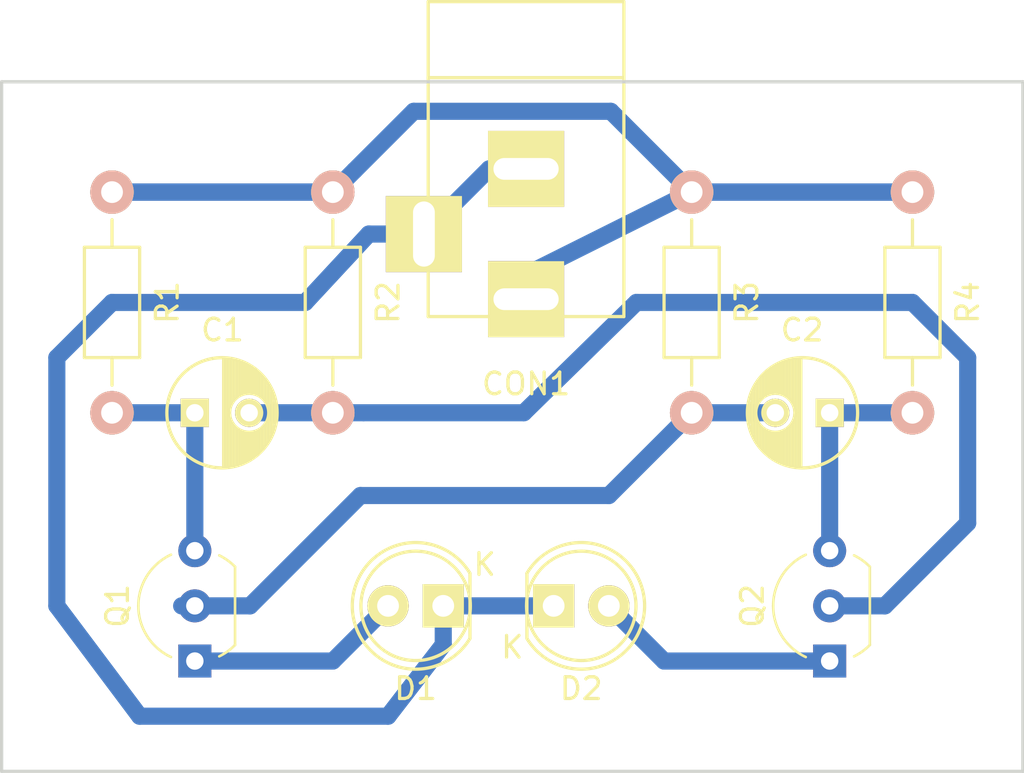
<source format=kicad_pcb>
(kicad_pcb (version 4) (host pcbnew 4.0.4+e1-6308~48~ubuntu14.04.1-stable)

  (general
    (links 17)
    (no_connects 0)
    (area 77.394999 59.614999 124.535001 91.515001)
    (thickness 1.6)
    (drawings 4)
    (tracks 43)
    (zones 0)
    (modules 11)
    (nets 9)
  )

  (page A4)
  (layers
    (0 F.Cu signal)
    (31 B.Cu signal)
    (33 F.Adhes user)
    (35 F.Paste user)
    (37 F.SilkS user)
    (39 F.Mask user)
    (44 Edge.Cuts user)
    (45 Margin user)
    (47 F.CrtYd user)
    (49 F.Fab user)
  )

  (setup
    (last_trace_width 0.7874)
    (trace_clearance 0.508)
    (zone_clearance 0.508)
    (zone_45_only no)
    (trace_min 0.254)
    (segment_width 0.2)
    (edge_width 0.15)
    (via_size 0.6)
    (via_drill 0.4)
    (via_min_size 0.4)
    (via_min_drill 0.3)
    (uvia_size 0.3)
    (uvia_drill 0.1)
    (uvias_allowed no)
    (uvia_min_size 0)
    (uvia_min_drill 0)
    (pcb_text_width 0.3)
    (pcb_text_size 1.5 1.5)
    (mod_edge_width 0.15)
    (mod_text_size 1 1)
    (mod_text_width 0.15)
    (pad_size 1.524 1.524)
    (pad_drill 0.762)
    (pad_to_mask_clearance 0.2)
    (aux_axis_origin 0 0)
    (visible_elements FFFFFF7F)
    (pcbplotparams
      (layerselection 0x00020_80000001)
      (usegerberextensions false)
      (excludeedgelayer true)
      (linewidth 0.100000)
      (plotframeref false)
      (viasonmask false)
      (mode 1)
      (useauxorigin false)
      (hpglpennumber 1)
      (hpglpenspeed 20)
      (hpglpendiameter 15)
      (hpglpenoverlay 2)
      (psnegative false)
      (psa4output false)
      (plotreference true)
      (plotvalue true)
      (plotinvisibletext false)
      (padsonsilk false)
      (subtractmaskfromsilk false)
      (outputformat 1)
      (mirror false)
      (drillshape 0)
      (scaleselection 1)
      (outputdirectory svg/))
  )

  (net 0 "")
  (net 1 "Net-(C1-Pad2)")
  (net 2 "Net-(C1-Pad1)")
  (net 3 "Net-(C2-Pad2)")
  (net 4 "Net-(C2-Pad1)")
  (net 5 GND)
  (net 6 "Net-(D1-Pad2)")
  (net 7 "Net-(D2-Pad2)")
  (net 8 VCC)

  (net_class Default "This is the default net class."
    (clearance 0.508)
    (trace_width 0.7874)
    (via_dia 0.6)
    (via_drill 0.4)
    (uvia_dia 0.3)
    (uvia_drill 0.1)
    (add_net GND)
    (add_net "Net-(C1-Pad1)")
    (add_net "Net-(C1-Pad2)")
    (add_net "Net-(C2-Pad1)")
    (add_net "Net-(C2-Pad2)")
    (add_net "Net-(D1-Pad2)")
    (add_net "Net-(D2-Pad2)")
    (add_net VCC)
  )

  (module Connect:BARREL_JACK (layer F.Cu) (tedit 0) (tstamp 57D02E77)
    (at 101.6 63.5 270)
    (descr "DC Barrel Jack")
    (tags "Power Jack")
    (path /57D02787)
    (fp_text reference CON1 (at 10.09904 0 360) (layer F.SilkS)
      (effects (font (size 1 1) (thickness 0.15)))
    )
    (fp_text value BARREL_JACK (at 0 -5.99948 270) (layer F.Fab)
      (effects (font (size 1 1) (thickness 0.15)))
    )
    (fp_line (start -4.0005 -4.50088) (end -4.0005 4.50088) (layer F.SilkS) (width 0.15))
    (fp_line (start -7.50062 -4.50088) (end -7.50062 4.50088) (layer F.SilkS) (width 0.15))
    (fp_line (start -7.50062 4.50088) (end 7.00024 4.50088) (layer F.SilkS) (width 0.15))
    (fp_line (start 7.00024 4.50088) (end 7.00024 -4.50088) (layer F.SilkS) (width 0.15))
    (fp_line (start 7.00024 -4.50088) (end -7.50062 -4.50088) (layer F.SilkS) (width 0.15))
    (pad 1 thru_hole rect (at 6.20014 0 270) (size 3.50012 3.50012) (drill oval 1.00076 2.99974) (layers *.Cu *.Mask F.SilkS)
      (net 8 VCC))
    (pad 2 thru_hole rect (at 0.20066 0 270) (size 3.50012 3.50012) (drill oval 1.00076 2.99974) (layers *.Cu *.Mask F.SilkS)
      (net 5 GND))
    (pad 3 thru_hole rect (at 3.2004 4.699 270) (size 3.50012 3.50012) (drill oval 2.99974 1.00076) (layers *.Cu *.Mask F.SilkS)
      (net 5 GND))
  )

  (module LEDs:LED-5MM (layer F.Cu) (tedit 5913071D) (tstamp 57D01A1F)
    (at 97.79 83.82 180)
    (descr "LED 5mm round vertical")
    (tags "LED 5mm round vertical")
    (path /57D0111A)
    (fp_text reference D1 (at 1.27 -3.81 180) (layer F.SilkS)
      (effects (font (size 1 1) (thickness 0.15)))
    )
    (fp_text value LED (at 1.27 3.81 180) (layer F.Fab)
      (effects (font (size 1 1) (thickness 0.15)))
    )
    (fp_line (start -1.5 -1.55) (end -1.5 1.55) (layer F.CrtYd) (width 0.05))
    (fp_arc (start 1.3 0) (end -1.5 1.55) (angle -302) (layer F.CrtYd) (width 0.05))
    (fp_arc (start 1.27 0) (end -1.23 -1.5) (angle 297.5) (layer F.SilkS) (width 0.15))
    (fp_line (start -1.23 1.5) (end -1.23 -1.5) (layer F.SilkS) (width 0.15))
    (fp_circle (center 1.27 0) (end 0.97 -2.5) (layer F.SilkS) (width 0.15))
    (fp_text user K (at -1.905 1.905 180) (layer F.SilkS)
      (effects (font (size 1 1) (thickness 0.15)))
    )
    (pad 1 thru_hole rect (at 0 0 270) (size 2 1.9) (drill 1.00076) (layers *.Cu *.Mask F.SilkS)
      (net 5 GND))
    (pad 2 thru_hole circle (at 2.54 0 180) (size 1.9 1.9) (drill 1.00076) (layers *.Cu *.Mask F.SilkS)
      (net 6 "Net-(D1-Pad2)"))
    (model LEDs.3dshapes/LED-5MM.wrl
      (at (xyz 0.05 0 0))
      (scale (xyz 1 1 1))
      (rotate (xyz 0 0 90))
    )
  )

  (module LEDs:LED-5MM (layer F.Cu) (tedit 59130719) (tstamp 57D01A25)
    (at 102.87 83.82)
    (descr "LED 5mm round vertical")
    (tags "LED 5mm round vertical")
    (path /57D0105D)
    (fp_text reference D2 (at 1.27 3.81) (layer F.SilkS)
      (effects (font (size 1 1) (thickness 0.15)))
    )
    (fp_text value LED (at 1.524 -3.937) (layer F.Fab)
      (effects (font (size 1 1) (thickness 0.15)))
    )
    (fp_line (start -1.5 -1.55) (end -1.5 1.55) (layer F.CrtYd) (width 0.05))
    (fp_arc (start 1.3 0) (end -1.5 1.55) (angle -302) (layer F.CrtYd) (width 0.05))
    (fp_arc (start 1.27 0) (end -1.23 -1.5) (angle 297.5) (layer F.SilkS) (width 0.15))
    (fp_line (start -1.23 1.5) (end -1.23 -1.5) (layer F.SilkS) (width 0.15))
    (fp_circle (center 1.27 0) (end 0.97 -2.5) (layer F.SilkS) (width 0.15))
    (fp_text user K (at -1.905 1.905) (layer F.SilkS)
      (effects (font (size 1 1) (thickness 0.15)))
    )
    (pad 1 thru_hole rect (at 0 0 90) (size 2 1.9) (drill 1.00076) (layers *.Cu *.Mask F.SilkS)
      (net 5 GND))
    (pad 2 thru_hole circle (at 2.54 0) (size 1.9 1.9) (drill 1.00076) (layers *.Cu *.Mask F.SilkS)
      (net 7 "Net-(D2-Pad2)"))
    (model LEDs.3dshapes/LED-5MM.wrl
      (at (xyz 0.05 0 0))
      (scale (xyz 1 1 1))
      (rotate (xyz 0 0 90))
    )
  )

  (module Capacitors_ThroughHole:C_Radial_D5_L6_P2.5 (layer F.Cu) (tedit 59130736) (tstamp 57D02E67)
    (at 86.36 74.93)
    (descr "Radial Electrolytic Capacitor Diameter 5mm x Length 6mm, Pitch 2.5mm")
    (tags "Electrolytic Capacitor")
    (path /57D00DB4)
    (fp_text reference C1 (at 1.27 -3.81) (layer F.SilkS)
      (effects (font (size 1 1) (thickness 0.15)))
    )
    (fp_text value 10uF (at 1.25 3.8) (layer F.Fab)
      (effects (font (size 1 1) (thickness 0.15)))
    )
    (fp_line (start 1.325 -2.499) (end 1.325 2.499) (layer F.SilkS) (width 0.15))
    (fp_line (start 1.465 -2.491) (end 1.465 2.491) (layer F.SilkS) (width 0.15))
    (fp_line (start 1.605 -2.475) (end 1.605 -0.095) (layer F.SilkS) (width 0.15))
    (fp_line (start 1.605 0.095) (end 1.605 2.475) (layer F.SilkS) (width 0.15))
    (fp_line (start 1.745 -2.451) (end 1.745 -0.49) (layer F.SilkS) (width 0.15))
    (fp_line (start 1.745 0.49) (end 1.745 2.451) (layer F.SilkS) (width 0.15))
    (fp_line (start 1.885 -2.418) (end 1.885 -0.657) (layer F.SilkS) (width 0.15))
    (fp_line (start 1.885 0.657) (end 1.885 2.418) (layer F.SilkS) (width 0.15))
    (fp_line (start 2.025 -2.377) (end 2.025 -0.764) (layer F.SilkS) (width 0.15))
    (fp_line (start 2.025 0.764) (end 2.025 2.377) (layer F.SilkS) (width 0.15))
    (fp_line (start 2.165 -2.327) (end 2.165 -0.835) (layer F.SilkS) (width 0.15))
    (fp_line (start 2.165 0.835) (end 2.165 2.327) (layer F.SilkS) (width 0.15))
    (fp_line (start 2.305 -2.266) (end 2.305 -0.879) (layer F.SilkS) (width 0.15))
    (fp_line (start 2.305 0.879) (end 2.305 2.266) (layer F.SilkS) (width 0.15))
    (fp_line (start 2.445 -2.196) (end 2.445 -0.898) (layer F.SilkS) (width 0.15))
    (fp_line (start 2.445 0.898) (end 2.445 2.196) (layer F.SilkS) (width 0.15))
    (fp_line (start 2.585 -2.114) (end 2.585 -0.896) (layer F.SilkS) (width 0.15))
    (fp_line (start 2.585 0.896) (end 2.585 2.114) (layer F.SilkS) (width 0.15))
    (fp_line (start 2.725 -2.019) (end 2.725 -0.871) (layer F.SilkS) (width 0.15))
    (fp_line (start 2.725 0.871) (end 2.725 2.019) (layer F.SilkS) (width 0.15))
    (fp_line (start 2.865 -1.908) (end 2.865 -0.823) (layer F.SilkS) (width 0.15))
    (fp_line (start 2.865 0.823) (end 2.865 1.908) (layer F.SilkS) (width 0.15))
    (fp_line (start 3.005 -1.78) (end 3.005 -0.745) (layer F.SilkS) (width 0.15))
    (fp_line (start 3.005 0.745) (end 3.005 1.78) (layer F.SilkS) (width 0.15))
    (fp_line (start 3.145 -1.631) (end 3.145 -0.628) (layer F.SilkS) (width 0.15))
    (fp_line (start 3.145 0.628) (end 3.145 1.631) (layer F.SilkS) (width 0.15))
    (fp_line (start 3.285 -1.452) (end 3.285 -0.44) (layer F.SilkS) (width 0.15))
    (fp_line (start 3.285 0.44) (end 3.285 1.452) (layer F.SilkS) (width 0.15))
    (fp_line (start 3.425 -1.233) (end 3.425 1.233) (layer F.SilkS) (width 0.15))
    (fp_line (start 3.565 -0.944) (end 3.565 0.944) (layer F.SilkS) (width 0.15))
    (fp_line (start 3.705 -0.472) (end 3.705 0.472) (layer F.SilkS) (width 0.15))
    (fp_circle (center 2.5 0) (end 2.5 -0.9) (layer F.SilkS) (width 0.15))
    (fp_circle (center 1.25 0) (end 1.25 -2.5375) (layer F.SilkS) (width 0.15))
    (fp_circle (center 1.25 0) (end 1.25 -2.8) (layer F.CrtYd) (width 0.05))
    (pad 1 thru_hole rect (at 0 0) (size 1.3 1.3) (drill 0.8) (layers *.Cu *.Mask F.SilkS)
      (net 2 "Net-(C1-Pad1)"))
    (pad 2 thru_hole circle (at 2.5 0) (size 1.3 1.3) (drill 0.8) (layers *.Cu *.Mask F.SilkS)
      (net 1 "Net-(C1-Pad2)"))
    (model Capacitors_ThroughHole.3dshapes/C_Radial_D5_L6_P2.5.wrl
      (at (xyz 0.0492126 0 0))
      (scale (xyz 1 1 1))
      (rotate (xyz 0 0 90))
    )
  )

  (module Capacitors_ThroughHole:C_Radial_D5_L6_P2.5 (layer F.Cu) (tedit 59130731) (tstamp 57D02E6C)
    (at 115.57 74.93 180)
    (descr "Radial Electrolytic Capacitor Diameter 5mm x Length 6mm, Pitch 2.5mm")
    (tags "Electrolytic Capacitor")
    (path /57D00DFE)
    (fp_text reference C2 (at 1.27 3.81 180) (layer F.SilkS)
      (effects (font (size 1 1) (thickness 0.15)))
    )
    (fp_text value 10uF (at 1.27 -3.81 180) (layer F.Fab)
      (effects (font (size 1 1) (thickness 0.15)))
    )
    (fp_line (start 1.325 -2.499) (end 1.325 2.499) (layer F.SilkS) (width 0.15))
    (fp_line (start 1.465 -2.491) (end 1.465 2.491) (layer F.SilkS) (width 0.15))
    (fp_line (start 1.605 -2.475) (end 1.605 -0.095) (layer F.SilkS) (width 0.15))
    (fp_line (start 1.605 0.095) (end 1.605 2.475) (layer F.SilkS) (width 0.15))
    (fp_line (start 1.745 -2.451) (end 1.745 -0.49) (layer F.SilkS) (width 0.15))
    (fp_line (start 1.745 0.49) (end 1.745 2.451) (layer F.SilkS) (width 0.15))
    (fp_line (start 1.885 -2.418) (end 1.885 -0.657) (layer F.SilkS) (width 0.15))
    (fp_line (start 1.885 0.657) (end 1.885 2.418) (layer F.SilkS) (width 0.15))
    (fp_line (start 2.025 -2.377) (end 2.025 -0.764) (layer F.SilkS) (width 0.15))
    (fp_line (start 2.025 0.764) (end 2.025 2.377) (layer F.SilkS) (width 0.15))
    (fp_line (start 2.165 -2.327) (end 2.165 -0.835) (layer F.SilkS) (width 0.15))
    (fp_line (start 2.165 0.835) (end 2.165 2.327) (layer F.SilkS) (width 0.15))
    (fp_line (start 2.305 -2.266) (end 2.305 -0.879) (layer F.SilkS) (width 0.15))
    (fp_line (start 2.305 0.879) (end 2.305 2.266) (layer F.SilkS) (width 0.15))
    (fp_line (start 2.445 -2.196) (end 2.445 -0.898) (layer F.SilkS) (width 0.15))
    (fp_line (start 2.445 0.898) (end 2.445 2.196) (layer F.SilkS) (width 0.15))
    (fp_line (start 2.585 -2.114) (end 2.585 -0.896) (layer F.SilkS) (width 0.15))
    (fp_line (start 2.585 0.896) (end 2.585 2.114) (layer F.SilkS) (width 0.15))
    (fp_line (start 2.725 -2.019) (end 2.725 -0.871) (layer F.SilkS) (width 0.15))
    (fp_line (start 2.725 0.871) (end 2.725 2.019) (layer F.SilkS) (width 0.15))
    (fp_line (start 2.865 -1.908) (end 2.865 -0.823) (layer F.SilkS) (width 0.15))
    (fp_line (start 2.865 0.823) (end 2.865 1.908) (layer F.SilkS) (width 0.15))
    (fp_line (start 3.005 -1.78) (end 3.005 -0.745) (layer F.SilkS) (width 0.15))
    (fp_line (start 3.005 0.745) (end 3.005 1.78) (layer F.SilkS) (width 0.15))
    (fp_line (start 3.145 -1.631) (end 3.145 -0.628) (layer F.SilkS) (width 0.15))
    (fp_line (start 3.145 0.628) (end 3.145 1.631) (layer F.SilkS) (width 0.15))
    (fp_line (start 3.285 -1.452) (end 3.285 -0.44) (layer F.SilkS) (width 0.15))
    (fp_line (start 3.285 0.44) (end 3.285 1.452) (layer F.SilkS) (width 0.15))
    (fp_line (start 3.425 -1.233) (end 3.425 1.233) (layer F.SilkS) (width 0.15))
    (fp_line (start 3.565 -0.944) (end 3.565 0.944) (layer F.SilkS) (width 0.15))
    (fp_line (start 3.705 -0.472) (end 3.705 0.472) (layer F.SilkS) (width 0.15))
    (fp_circle (center 2.5 0) (end 2.5 -0.9) (layer F.SilkS) (width 0.15))
    (fp_circle (center 1.25 0) (end 1.25 -2.5375) (layer F.SilkS) (width 0.15))
    (fp_circle (center 1.25 0) (end 1.25 -2.8) (layer F.CrtYd) (width 0.05))
    (pad 1 thru_hole rect (at 0 0 180) (size 1.3 1.3) (drill 0.8) (layers *.Cu *.Mask F.SilkS)
      (net 4 "Net-(C2-Pad1)"))
    (pad 2 thru_hole circle (at 2.5 0 180) (size 1.3 1.3) (drill 0.8) (layers *.Cu *.Mask F.SilkS)
      (net 3 "Net-(C2-Pad2)"))
    (model Capacitors_ThroughHole.3dshapes/C_Radial_D5_L6_P2.5.wrl
      (at (xyz 0.0492126 0 0))
      (scale (xyz 1 1 1))
      (rotate (xyz 0 0 90))
    )
  )

  (module Resistors_ThroughHole:Resistor_Horizontal_RM10mm (layer F.Cu) (tedit 591306CB) (tstamp 57D01A4B)
    (at 119.38 64.77 270)
    (descr "Resistor, Axial,  RM 10mm, 1/3W")
    (tags "Resistor Axial RM 10mm 1/3W")
    (path /57D00D18)
    (fp_text reference R4 (at 5.08 -2.54 270) (layer F.SilkS)
      (effects (font (size 1 1) (thickness 0.15)))
    )
    (fp_text value 330 (at 5.08 3.81 270) (layer F.Fab)
      (effects (font (size 1 1) (thickness 0.15)))
    )
    (fp_line (start -1.25 -1.5) (end 11.4 -1.5) (layer F.CrtYd) (width 0.05))
    (fp_line (start -1.25 1.5) (end -1.25 -1.5) (layer F.CrtYd) (width 0.05))
    (fp_line (start 11.4 -1.5) (end 11.4 1.5) (layer F.CrtYd) (width 0.05))
    (fp_line (start -1.25 1.5) (end 11.4 1.5) (layer F.CrtYd) (width 0.05))
    (fp_line (start 2.54 -1.27) (end 7.62 -1.27) (layer F.SilkS) (width 0.15))
    (fp_line (start 7.62 -1.27) (end 7.62 1.27) (layer F.SilkS) (width 0.15))
    (fp_line (start 7.62 1.27) (end 2.54 1.27) (layer F.SilkS) (width 0.15))
    (fp_line (start 2.54 1.27) (end 2.54 -1.27) (layer F.SilkS) (width 0.15))
    (fp_line (start 2.54 0) (end 1.27 0) (layer F.SilkS) (width 0.15))
    (fp_line (start 7.62 0) (end 8.89 0) (layer F.SilkS) (width 0.15))
    (pad 1 thru_hole circle (at 0 0 270) (size 1.99898 1.99898) (drill 1.00076) (layers *.Cu *.SilkS *.Mask)
      (net 8 VCC))
    (pad 2 thru_hole circle (at 10.16 0 270) (size 1.99898 1.99898) (drill 1.00076) (layers *.Cu *.SilkS *.Mask)
      (net 4 "Net-(C2-Pad1)"))
    (model Resistors_ThroughHole.3dshapes/Resistor_Horizontal_RM10mm.wrl
      (at (xyz 0.2 0 0))
      (scale (xyz 0.4 0.4 0.4))
      (rotate (xyz 0 0 0))
    )
  )

  (module Resistors_ThroughHole:Resistor_Horizontal_RM10mm (layer F.Cu) (tedit 591306D7) (tstamp 57D01A45)
    (at 109.22 64.77 270)
    (descr "Resistor, Axial,  RM 10mm, 1/3W")
    (tags "Resistor Axial RM 10mm 1/3W")
    (path /57D00CB3)
    (fp_text reference R3 (at 5.08 -2.54 270) (layer F.SilkS)
      (effects (font (size 1 1) (thickness 0.15)))
    )
    (fp_text value 10k (at 5.08 3.81 270) (layer F.Fab)
      (effects (font (size 1 1) (thickness 0.15)))
    )
    (fp_line (start -1.25 -1.5) (end 11.4 -1.5) (layer F.CrtYd) (width 0.05))
    (fp_line (start -1.25 1.5) (end -1.25 -1.5) (layer F.CrtYd) (width 0.05))
    (fp_line (start 11.4 -1.5) (end 11.4 1.5) (layer F.CrtYd) (width 0.05))
    (fp_line (start -1.25 1.5) (end 11.4 1.5) (layer F.CrtYd) (width 0.05))
    (fp_line (start 2.54 -1.27) (end 7.62 -1.27) (layer F.SilkS) (width 0.15))
    (fp_line (start 7.62 -1.27) (end 7.62 1.27) (layer F.SilkS) (width 0.15))
    (fp_line (start 7.62 1.27) (end 2.54 1.27) (layer F.SilkS) (width 0.15))
    (fp_line (start 2.54 1.27) (end 2.54 -1.27) (layer F.SilkS) (width 0.15))
    (fp_line (start 2.54 0) (end 1.27 0) (layer F.SilkS) (width 0.15))
    (fp_line (start 7.62 0) (end 8.89 0) (layer F.SilkS) (width 0.15))
    (pad 1 thru_hole circle (at 0 0 270) (size 1.99898 1.99898) (drill 1.00076) (layers *.Cu *.SilkS *.Mask)
      (net 8 VCC))
    (pad 2 thru_hole circle (at 10.16 0 270) (size 1.99898 1.99898) (drill 1.00076) (layers *.Cu *.SilkS *.Mask)
      (net 3 "Net-(C2-Pad2)"))
    (model Resistors_ThroughHole.3dshapes/Resistor_Horizontal_RM10mm.wrl
      (at (xyz 0.2 0 0))
      (scale (xyz 0.4 0.4 0.4))
      (rotate (xyz 0 0 0))
    )
  )

  (module Resistors_ThroughHole:Resistor_Horizontal_RM10mm (layer F.Cu) (tedit 591306EE) (tstamp 57D01A3F)
    (at 92.71 64.77 270)
    (descr "Resistor, Axial,  RM 10mm, 1/3W")
    (tags "Resistor Axial RM 10mm 1/3W")
    (path /57D00C34)
    (fp_text reference R2 (at 5.08 -2.54 270) (layer F.SilkS)
      (effects (font (size 1 1) (thickness 0.15)))
    )
    (fp_text value 10k (at 5.08 3.81 270) (layer F.Fab)
      (effects (font (size 1 1) (thickness 0.15)))
    )
    (fp_line (start -1.25 -1.5) (end 11.4 -1.5) (layer F.CrtYd) (width 0.05))
    (fp_line (start -1.25 1.5) (end -1.25 -1.5) (layer F.CrtYd) (width 0.05))
    (fp_line (start 11.4 -1.5) (end 11.4 1.5) (layer F.CrtYd) (width 0.05))
    (fp_line (start -1.25 1.5) (end 11.4 1.5) (layer F.CrtYd) (width 0.05))
    (fp_line (start 2.54 -1.27) (end 7.62 -1.27) (layer F.SilkS) (width 0.15))
    (fp_line (start 7.62 -1.27) (end 7.62 1.27) (layer F.SilkS) (width 0.15))
    (fp_line (start 7.62 1.27) (end 2.54 1.27) (layer F.SilkS) (width 0.15))
    (fp_line (start 2.54 1.27) (end 2.54 -1.27) (layer F.SilkS) (width 0.15))
    (fp_line (start 2.54 0) (end 1.27 0) (layer F.SilkS) (width 0.15))
    (fp_line (start 7.62 0) (end 8.89 0) (layer F.SilkS) (width 0.15))
    (pad 1 thru_hole circle (at 0 0 270) (size 1.99898 1.99898) (drill 1.00076) (layers *.Cu *.SilkS *.Mask)
      (net 8 VCC))
    (pad 2 thru_hole circle (at 10.16 0 270) (size 1.99898 1.99898) (drill 1.00076) (layers *.Cu *.SilkS *.Mask)
      (net 1 "Net-(C1-Pad2)"))
    (model Resistors_ThroughHole.3dshapes/Resistor_Horizontal_RM10mm.wrl
      (at (xyz 0.2 0 0))
      (scale (xyz 0.4 0.4 0.4))
      (rotate (xyz 0 0 0))
    )
  )

  (module Resistors_ThroughHole:Resistor_Horizontal_RM10mm (layer F.Cu) (tedit 591306F9) (tstamp 57D01A39)
    (at 82.55 64.77 270)
    (descr "Resistor, Axial,  RM 10mm, 1/3W")
    (tags "Resistor Axial RM 10mm 1/3W")
    (path /57D00A5E)
    (fp_text reference R1 (at 5.08 -2.54 270) (layer F.SilkS)
      (effects (font (size 1 1) (thickness 0.15)))
    )
    (fp_text value 330 (at 5.08 3.81 270) (layer F.Fab)
      (effects (font (size 1 1) (thickness 0.15)))
    )
    (fp_line (start -1.25 -1.5) (end 11.4 -1.5) (layer F.CrtYd) (width 0.05))
    (fp_line (start -1.25 1.5) (end -1.25 -1.5) (layer F.CrtYd) (width 0.05))
    (fp_line (start 11.4 -1.5) (end 11.4 1.5) (layer F.CrtYd) (width 0.05))
    (fp_line (start -1.25 1.5) (end 11.4 1.5) (layer F.CrtYd) (width 0.05))
    (fp_line (start 2.54 -1.27) (end 7.62 -1.27) (layer F.SilkS) (width 0.15))
    (fp_line (start 7.62 -1.27) (end 7.62 1.27) (layer F.SilkS) (width 0.15))
    (fp_line (start 7.62 1.27) (end 2.54 1.27) (layer F.SilkS) (width 0.15))
    (fp_line (start 2.54 1.27) (end 2.54 -1.27) (layer F.SilkS) (width 0.15))
    (fp_line (start 2.54 0) (end 1.27 0) (layer F.SilkS) (width 0.15))
    (fp_line (start 7.62 0) (end 8.89 0) (layer F.SilkS) (width 0.15))
    (pad 1 thru_hole circle (at 0 0 270) (size 1.99898 1.99898) (drill 1.00076) (layers *.Cu *.SilkS *.Mask)
      (net 8 VCC))
    (pad 2 thru_hole circle (at 10.16 0 270) (size 1.99898 1.99898) (drill 1.00076) (layers *.Cu *.SilkS *.Mask)
      (net 2 "Net-(C1-Pad1)"))
    (model Resistors_ThroughHole.3dshapes/Resistor_Horizontal_RM10mm.wrl
      (at (xyz 0.2 0 0))
      (scale (xyz 0.4 0.4 0.4))
      (rotate (xyz 0 0 0))
    )
  )

  (module TO_SOT_Packages_THT:TO-92_Inline_Wide (layer F.Cu) (tedit 58CE52AF) (tstamp 5913344D)
    (at 86.36 86.36 90)
    (descr "TO-92 leads in-line, wide, drill 0.8mm (see NXP sot054_po.pdf)")
    (tags "to-92 sc-43 sc-43a sot54 PA33 transistor")
    (path /57D00F4C)
    (fp_text reference Q1 (at 2.54 -3.56 270) (layer F.SilkS)
      (effects (font (size 1 1) (thickness 0.15)))
    )
    (fp_text value Q_NPN_EBC (at 2.54 2.79 90) (layer F.Fab)
      (effects (font (size 1 1) (thickness 0.15)))
    )
    (fp_text user %R (at 2.54 -3.56 270) (layer F.Fab)
      (effects (font (size 1 1) (thickness 0.15)))
    )
    (fp_line (start 0.74 1.85) (end 4.34 1.85) (layer F.SilkS) (width 0.12))
    (fp_line (start 0.8 1.75) (end 4.3 1.75) (layer F.Fab) (width 0.1))
    (fp_line (start -1.01 -2.73) (end 6.09 -2.73) (layer F.CrtYd) (width 0.05))
    (fp_line (start -1.01 -2.73) (end -1.01 2.01) (layer F.CrtYd) (width 0.05))
    (fp_line (start 6.09 2.01) (end 6.09 -2.73) (layer F.CrtYd) (width 0.05))
    (fp_line (start 6.09 2.01) (end -1.01 2.01) (layer F.CrtYd) (width 0.05))
    (fp_arc (start 2.54 0) (end 0.74 1.85) (angle 20) (layer F.SilkS) (width 0.12))
    (fp_arc (start 2.54 0) (end 2.54 -2.6) (angle -65) (layer F.SilkS) (width 0.12))
    (fp_arc (start 2.54 0) (end 2.54 -2.6) (angle 65) (layer F.SilkS) (width 0.12))
    (fp_arc (start 2.54 0) (end 2.54 -2.48) (angle 135) (layer F.Fab) (width 0.1))
    (fp_arc (start 2.54 0) (end 2.54 -2.48) (angle -135) (layer F.Fab) (width 0.1))
    (fp_arc (start 2.54 0) (end 4.34 1.85) (angle -20) (layer F.SilkS) (width 0.12))
    (pad 2 thru_hole circle (at 2.54 0 180) (size 1.52 1.52) (drill 0.8) (layers *.Cu *.Mask)
      (net 3 "Net-(C2-Pad2)"))
    (pad 3 thru_hole circle (at 5.08 0 180) (size 1.52 1.52) (drill 0.8) (layers *.Cu *.Mask)
      (net 2 "Net-(C1-Pad1)"))
    (pad 1 thru_hole rect (at 0 0 180) (size 1.52 1.52) (drill 0.8) (layers *.Cu *.Mask)
      (net 6 "Net-(D1-Pad2)"))
    (model ${KISYS3DMOD}/TO_SOT_Packages_THT.3dshapes/TO-92_Inline_Wide.wrl
      (at (xyz 0.1 0 0))
      (scale (xyz 1 1 1))
      (rotate (xyz 0 0 -90))
    )
  )

  (module TO_SOT_Packages_THT:TO-92_Inline_Wide (layer F.Cu) (tedit 58CE52AF) (tstamp 59133453)
    (at 115.57 86.36 90)
    (descr "TO-92 leads in-line, wide, drill 0.8mm (see NXP sot054_po.pdf)")
    (tags "to-92 sc-43 sc-43a sot54 PA33 transistor")
    (path /57D00F94)
    (fp_text reference Q2 (at 2.54 -3.56 270) (layer F.SilkS)
      (effects (font (size 1 1) (thickness 0.15)))
    )
    (fp_text value Q_NPN_EBC (at 2.54 2.79 90) (layer F.Fab)
      (effects (font (size 1 1) (thickness 0.15)))
    )
    (fp_text user %R (at 2.54 -3.56 270) (layer F.Fab)
      (effects (font (size 1 1) (thickness 0.15)))
    )
    (fp_line (start 0.74 1.85) (end 4.34 1.85) (layer F.SilkS) (width 0.12))
    (fp_line (start 0.8 1.75) (end 4.3 1.75) (layer F.Fab) (width 0.1))
    (fp_line (start -1.01 -2.73) (end 6.09 -2.73) (layer F.CrtYd) (width 0.05))
    (fp_line (start -1.01 -2.73) (end -1.01 2.01) (layer F.CrtYd) (width 0.05))
    (fp_line (start 6.09 2.01) (end 6.09 -2.73) (layer F.CrtYd) (width 0.05))
    (fp_line (start 6.09 2.01) (end -1.01 2.01) (layer F.CrtYd) (width 0.05))
    (fp_arc (start 2.54 0) (end 0.74 1.85) (angle 20) (layer F.SilkS) (width 0.12))
    (fp_arc (start 2.54 0) (end 2.54 -2.6) (angle -65) (layer F.SilkS) (width 0.12))
    (fp_arc (start 2.54 0) (end 2.54 -2.6) (angle 65) (layer F.SilkS) (width 0.12))
    (fp_arc (start 2.54 0) (end 2.54 -2.48) (angle 135) (layer F.Fab) (width 0.1))
    (fp_arc (start 2.54 0) (end 2.54 -2.48) (angle -135) (layer F.Fab) (width 0.1))
    (fp_arc (start 2.54 0) (end 4.34 1.85) (angle -20) (layer F.SilkS) (width 0.12))
    (pad 2 thru_hole circle (at 2.54 0 180) (size 1.52 1.52) (drill 0.8) (layers *.Cu *.Mask)
      (net 1 "Net-(C1-Pad2)"))
    (pad 3 thru_hole circle (at 5.08 0 180) (size 1.52 1.52) (drill 0.8) (layers *.Cu *.Mask)
      (net 4 "Net-(C2-Pad1)"))
    (pad 1 thru_hole rect (at 0 0 180) (size 1.52 1.52) (drill 0.8) (layers *.Cu *.Mask)
      (net 7 "Net-(D2-Pad2)"))
    (model ${KISYS3DMOD}/TO_SOT_Packages_THT.3dshapes/TO-92_Inline_Wide.wrl
      (at (xyz 0.1 0 0))
      (scale (xyz 1 1 1))
      (rotate (xyz 0 0 -90))
    )
  )

  (gr_line (start 77.47 91.44) (end 124.46 91.44) (angle 90) (layer Edge.Cuts) (width 0.15))
  (gr_line (start 124.46 59.69) (end 77.47 59.69) (angle 90) (layer Edge.Cuts) (width 0.15))
  (gr_line (start 77.47 91.44) (end 77.47 59.69) (angle 90) (layer Edge.Cuts) (width 0.15))
  (gr_line (start 124.46 59.69) (end 124.46 91.44) (angle 90) (layer Edge.Cuts) (width 0.15))

  (segment (start 92.71 74.93) (end 88.86 74.93) (width 0.7874) (layer B.Cu) (net 1))
  (segment (start 106.68 69.85) (end 119.38 69.85) (width 0.7874) (layer B.Cu) (net 1))
  (segment (start 101.493322 74.93) (end 94.123492 74.93) (width 0.7874) (layer B.Cu) (net 1))
  (segment (start 106.68 69.85) (end 101.493322 74.93) (width 0.7874) (layer B.Cu) (net 1))
  (segment (start 92.71 74.93) (end 94.123492 74.93) (width 0.7874) (layer B.Cu) (net 1))
  (segment (start 118.11 83.82) (end 115.57 83.82) (width 0.7874) (layer B.Cu) (net 1) (tstamp 59133466) (status 20))
  (segment (start 121.92 80.01) (end 118.11 83.82) (width 0.7874) (layer B.Cu) (net 1) (tstamp 59133464))
  (segment (start 121.92 72.39) (end 121.92 80.01) (width 0.7874) (layer B.Cu) (net 1) (tstamp 59133463))
  (segment (start 119.38 69.85) (end 121.92 72.39) (width 0.7874) (layer B.Cu) (net 1) (tstamp 59133462))
  (segment (start 82.55 74.93) (end 86.36 74.93) (width 0.7874) (layer B.Cu) (net 2))
  (segment (start 86.36 74.93) (end 86.36 81.28) (width 0.7874) (layer B.Cu) (net 2) (status 10))
  (segment (start 113.07 74.93) (end 109.22 74.93) (width 0.7874) (layer B.Cu) (net 3))
  (segment (start 109.22 74.93) (end 105.41 78.74) (width 0.7874) (layer B.Cu) (net 3))
  (segment (start 88.9 83.82) (end 86.36 83.82) (width 0.7874) (layer B.Cu) (net 3) (tstamp 5913353E))
  (segment (start 93.98 78.74) (end 88.9 83.82) (width 0.7874) (layer B.Cu) (net 3) (tstamp 59133534))
  (segment (start 105.41 78.74) (end 93.98 78.74) (width 0.7874) (layer B.Cu) (net 3) (tstamp 59133529))
  (segment (start 85.758571 83.82) (end 86.36 83.82) (width 0.8001) (layer B.Cu) (net 3) (status 30))
  (segment (start 119.38 74.93) (end 115.57 74.93) (width 0.7874) (layer B.Cu) (net 4))
  (segment (start 115.57 74.93) (end 115.57 81.28) (width 0.7874) (layer B.Cu) (net 4) (status 10))
  (segment (start 97.79 83.82) (end 102.87 83.82) (width 0.7874) (layer B.Cu) (net 5))
  (segment (start 96.901 66.7004) (end 94.36354 66.7004) (width 0.7874) (layer B.Cu) (net 5))
  (segment (start 94.36354 66.7004) (end 91.44 69.85) (width 0.7874) (layer B.Cu) (net 5))
  (segment (start 91.44 69.85) (end 82.55 69.85) (width 0.7874) (layer B.Cu) (net 5))
  (segment (start 82.55 69.85) (end 80.01 72.39) (width 0.7874) (layer B.Cu) (net 5))
  (segment (start 80.01 72.39) (end 80.01 83.82) (width 0.7874) (layer B.Cu) (net 5))
  (segment (start 80.01 83.82) (end 83.82 88.9) (width 0.7874) (layer B.Cu) (net 5))
  (segment (start 83.82 88.9) (end 95.25 88.9) (width 0.7874) (layer B.Cu) (net 5))
  (segment (start 95.25 88.9) (end 97.79 85.6074) (width 0.7874) (layer B.Cu) (net 5))
  (segment (start 97.79 85.6074) (end 97.79 83.82) (width 0.7874) (layer B.Cu) (net 5))
  (segment (start 101.6 63.70066) (end 99.90074 63.70066) (width 0.7874) (layer B.Cu) (net 5))
  (segment (start 99.90074 63.70066) (end 96.901 66.7004) (width 0.7874) (layer B.Cu) (net 5))
  (segment (start 86.36 86.36) (end 92.71 86.36) (width 0.7874) (layer B.Cu) (net 6))
  (segment (start 92.71 86.36) (end 95.25 83.82) (width 0.7874) (layer B.Cu) (net 6) (tstamp 59133549))
  (segment (start 115.57 86.36) (end 107.95 86.36) (width 0.7874) (layer B.Cu) (net 7))
  (segment (start 107.95 86.36) (end 105.41 83.82) (width 0.7874) (layer B.Cu) (net 7) (tstamp 591334D5))
  (segment (start 109.22 64.77) (end 105.498899 61.048899) (width 0.7874) (layer B.Cu) (net 8))
  (segment (start 105.498899 61.048899) (end 96.431101 61.048899) (width 0.7874) (layer B.Cu) (net 8))
  (segment (start 96.431101 61.048899) (end 93.709489 63.770511) (width 0.7874) (layer B.Cu) (net 8))
  (segment (start 93.709489 63.770511) (end 92.71 64.77) (width 0.7874) (layer B.Cu) (net 8))
  (segment (start 109.22 64.77) (end 101.6 68.58) (width 0.8001) (layer B.Cu) (net 8) (status 30))
  (segment (start 101.6 68.58) (end 101.6 69.70014) (width 0.8001) (layer B.Cu) (net 8) (status 30))
  (segment (start 92.71 64.77) (end 82.55 64.77) (width 0.8001) (layer B.Cu) (net 8) (status 20))
  (segment (start 119.38 64.77) (end 109.22 64.77) (width 0.8001) (layer B.Cu) (net 8) (status 30))

)

</source>
